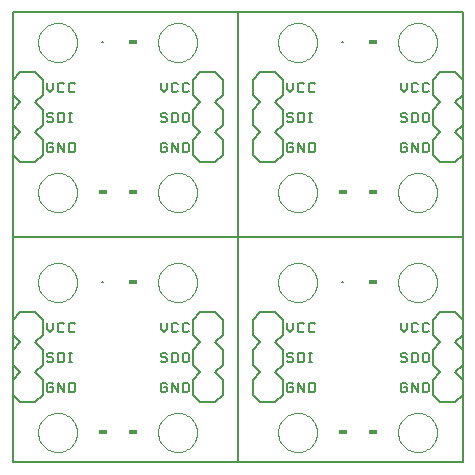
<source format=gto>
G75*
G70*
%OFA0B0*%
%FSLAX24Y24*%
%IPPOS*%
%LPD*%
%AMOC8*
5,1,8,0,0,1.08239X$1,22.5*
%
%ADD10C,0.0080*%
%ADD11R,0.0280X0.0160*%
%ADD12C,0.0000*%
D10*
X008338Y000501D02*
X008338Y015501D01*
X023338Y015501D01*
X023338Y000501D01*
X008338Y000501D01*
X008588Y002501D02*
X009088Y002501D01*
X009338Y002751D01*
X009338Y003251D01*
X009088Y003501D01*
X009338Y003751D01*
X009338Y004251D01*
X009088Y004501D01*
X009338Y004751D01*
X009338Y005251D01*
X009088Y005501D01*
X008588Y005501D01*
X008338Y005251D01*
X008338Y004751D01*
X008588Y004501D01*
X008338Y004251D01*
X008338Y003751D01*
X008588Y003501D01*
X008338Y003251D01*
X008338Y002751D01*
X008588Y002501D01*
X009478Y002895D02*
X009531Y002841D01*
X009638Y002841D01*
X009692Y002895D01*
X009692Y003001D01*
X009585Y003001D01*
X009478Y002895D02*
X009478Y003108D01*
X009531Y003161D01*
X009638Y003161D01*
X009692Y003108D01*
X009846Y003161D02*
X009846Y002841D01*
X010060Y002841D02*
X010060Y003161D01*
X010215Y003161D02*
X010375Y003161D01*
X010428Y003108D01*
X010428Y002895D01*
X010375Y002841D01*
X010215Y002841D01*
X010215Y003161D01*
X010060Y002841D02*
X009846Y003161D01*
X009846Y003841D02*
X010007Y003841D01*
X010060Y003895D01*
X010060Y004108D01*
X010007Y004161D01*
X009846Y004161D01*
X009846Y003841D01*
X009692Y003895D02*
X009638Y003841D01*
X009531Y003841D01*
X009478Y003895D01*
X009531Y004001D02*
X009638Y004001D01*
X009692Y003948D01*
X009692Y003895D01*
X009531Y004001D02*
X009478Y004055D01*
X009478Y004108D01*
X009531Y004161D01*
X009638Y004161D01*
X009692Y004108D01*
X010215Y004161D02*
X010321Y004161D01*
X010268Y004161D02*
X010268Y003841D01*
X010215Y003841D02*
X010321Y003841D01*
X010268Y004841D02*
X010375Y004841D01*
X010428Y004895D01*
X010268Y004841D02*
X010215Y004895D01*
X010215Y005108D01*
X010268Y005161D01*
X010375Y005161D01*
X010428Y005108D01*
X010060Y005108D02*
X010007Y005161D01*
X009900Y005161D01*
X009846Y005108D01*
X009846Y004895D01*
X009900Y004841D01*
X010007Y004841D01*
X010060Y004895D01*
X009692Y004948D02*
X009585Y004841D01*
X009478Y004948D01*
X009478Y005161D01*
X009692Y005161D02*
X009692Y004948D01*
X013273Y004948D02*
X013380Y004841D01*
X013487Y004948D01*
X013487Y005161D01*
X013641Y005108D02*
X013641Y004895D01*
X013695Y004841D01*
X013802Y004841D01*
X013855Y004895D01*
X014010Y004895D02*
X014063Y004841D01*
X014170Y004841D01*
X014223Y004895D01*
X014338Y004751D02*
X014338Y005251D01*
X014588Y005501D01*
X015088Y005501D01*
X015338Y005251D01*
X015338Y004751D01*
X015088Y004501D01*
X015338Y004251D01*
X015338Y003751D01*
X015088Y003501D01*
X015338Y003251D01*
X015338Y002751D01*
X015088Y002501D01*
X014588Y002501D01*
X014338Y002751D01*
X014338Y003251D01*
X014588Y003501D01*
X014338Y003751D01*
X014338Y004251D01*
X014588Y004501D01*
X014338Y004751D01*
X014010Y004895D02*
X014010Y005108D01*
X014063Y005161D01*
X014170Y005161D01*
X014223Y005108D01*
X013855Y005108D02*
X013802Y005161D01*
X013695Y005161D01*
X013641Y005108D01*
X013273Y005161D02*
X013273Y004948D01*
X013327Y004161D02*
X013273Y004108D01*
X013273Y004055D01*
X013327Y004001D01*
X013433Y004001D01*
X013487Y003948D01*
X013487Y003895D01*
X013433Y003841D01*
X013327Y003841D01*
X013273Y003895D01*
X013641Y003841D02*
X013802Y003841D01*
X013855Y003895D01*
X013855Y004108D01*
X013802Y004161D01*
X013641Y004161D01*
X013641Y003841D01*
X014010Y003895D02*
X014063Y003841D01*
X014170Y003841D01*
X014223Y003895D01*
X014223Y004108D01*
X014170Y004161D01*
X014063Y004161D01*
X014010Y004108D01*
X014010Y003895D01*
X013487Y004108D02*
X013433Y004161D01*
X013327Y004161D01*
X013327Y003161D02*
X013273Y003108D01*
X013273Y002895D01*
X013327Y002841D01*
X013433Y002841D01*
X013487Y002895D01*
X013487Y003001D01*
X013380Y003001D01*
X013487Y003108D02*
X013433Y003161D01*
X013327Y003161D01*
X013641Y003161D02*
X013855Y002841D01*
X013855Y003161D01*
X014010Y003161D02*
X014170Y003161D01*
X014223Y003108D01*
X014223Y002895D01*
X014170Y002841D01*
X014010Y002841D01*
X014010Y003161D01*
X013641Y003161D02*
X013641Y002841D01*
X016338Y002751D02*
X016338Y003251D01*
X016588Y003501D01*
X016338Y003751D01*
X016338Y004251D01*
X016588Y004501D01*
X016338Y004751D01*
X016338Y005251D01*
X016588Y005501D01*
X017088Y005501D01*
X017338Y005251D01*
X017338Y004751D01*
X017088Y004501D01*
X017338Y004251D01*
X017338Y003751D01*
X017088Y003501D01*
X017338Y003251D01*
X017338Y002751D01*
X017088Y002501D01*
X016588Y002501D01*
X016338Y002751D01*
X017478Y002895D02*
X017531Y002841D01*
X017638Y002841D01*
X017692Y002895D01*
X017692Y003001D01*
X017585Y003001D01*
X017478Y002895D02*
X017478Y003108D01*
X017531Y003161D01*
X017638Y003161D01*
X017692Y003108D01*
X017846Y003161D02*
X018060Y002841D01*
X018060Y003161D01*
X018215Y003161D02*
X018375Y003161D01*
X018428Y003108D01*
X018428Y002895D01*
X018375Y002841D01*
X018215Y002841D01*
X018215Y003161D01*
X017846Y003161D02*
X017846Y002841D01*
X017846Y003841D02*
X018007Y003841D01*
X018060Y003895D01*
X018060Y004108D01*
X018007Y004161D01*
X017846Y004161D01*
X017846Y003841D01*
X017692Y003895D02*
X017638Y003841D01*
X017531Y003841D01*
X017478Y003895D01*
X017531Y004001D02*
X017638Y004001D01*
X017692Y003948D01*
X017692Y003895D01*
X017531Y004001D02*
X017478Y004055D01*
X017478Y004108D01*
X017531Y004161D01*
X017638Y004161D01*
X017692Y004108D01*
X018215Y004161D02*
X018321Y004161D01*
X018268Y004161D02*
X018268Y003841D01*
X018215Y003841D02*
X018321Y003841D01*
X018268Y004841D02*
X018375Y004841D01*
X018428Y004895D01*
X018268Y004841D02*
X018215Y004895D01*
X018215Y005108D01*
X018268Y005161D01*
X018375Y005161D01*
X018428Y005108D01*
X018060Y005108D02*
X018007Y005161D01*
X017900Y005161D01*
X017846Y005108D01*
X017846Y004895D01*
X017900Y004841D01*
X018007Y004841D01*
X018060Y004895D01*
X017692Y004948D02*
X017692Y005161D01*
X017692Y004948D02*
X017585Y004841D01*
X017478Y004948D01*
X017478Y005161D01*
X019326Y006501D02*
X019350Y006501D01*
X022338Y005251D02*
X022338Y004751D01*
X022588Y004501D01*
X022338Y004251D01*
X022338Y003751D01*
X022588Y003501D01*
X022338Y003251D01*
X022338Y002751D01*
X022588Y002501D01*
X023088Y002501D01*
X023338Y002751D01*
X023338Y003251D01*
X023088Y003501D01*
X023338Y003751D01*
X023338Y004251D01*
X023088Y004501D01*
X023338Y004751D01*
X023338Y005251D01*
X023088Y005501D01*
X022588Y005501D01*
X022338Y005251D01*
X022223Y005108D02*
X022170Y005161D01*
X022063Y005161D01*
X022010Y005108D01*
X022010Y004895D01*
X022063Y004841D01*
X022170Y004841D01*
X022223Y004895D01*
X021855Y004895D02*
X021802Y004841D01*
X021695Y004841D01*
X021641Y004895D01*
X021641Y005108D01*
X021695Y005161D01*
X021802Y005161D01*
X021855Y005108D01*
X021487Y005161D02*
X021487Y004948D01*
X021380Y004841D01*
X021273Y004948D01*
X021273Y005161D01*
X021327Y004161D02*
X021273Y004108D01*
X021273Y004055D01*
X021327Y004001D01*
X021433Y004001D01*
X021487Y003948D01*
X021487Y003895D01*
X021433Y003841D01*
X021327Y003841D01*
X021273Y003895D01*
X021641Y003841D02*
X021802Y003841D01*
X021855Y003895D01*
X021855Y004108D01*
X021802Y004161D01*
X021641Y004161D01*
X021641Y003841D01*
X022010Y003895D02*
X022063Y003841D01*
X022170Y003841D01*
X022223Y003895D01*
X022223Y004108D01*
X022170Y004161D01*
X022063Y004161D01*
X022010Y004108D01*
X022010Y003895D01*
X021487Y004108D02*
X021433Y004161D01*
X021327Y004161D01*
X021327Y003161D02*
X021273Y003108D01*
X021273Y002895D01*
X021327Y002841D01*
X021433Y002841D01*
X021487Y002895D01*
X021487Y003001D01*
X021380Y003001D01*
X021487Y003108D02*
X021433Y003161D01*
X021327Y003161D01*
X021641Y003161D02*
X021855Y002841D01*
X021855Y003161D01*
X022010Y003161D02*
X022170Y003161D01*
X022223Y003108D01*
X022223Y002895D01*
X022170Y002841D01*
X022010Y002841D01*
X022010Y003161D01*
X021641Y003161D02*
X021641Y002841D01*
X015838Y000501D02*
X015838Y015501D01*
X019326Y014501D02*
X019350Y014501D01*
X017338Y013251D02*
X017088Y013501D01*
X016588Y013501D01*
X016338Y013251D01*
X016338Y012751D01*
X016588Y012501D01*
X016338Y012251D01*
X016338Y011751D01*
X016588Y011501D01*
X016338Y011251D01*
X016338Y010751D01*
X016588Y010501D01*
X017088Y010501D01*
X017338Y010751D01*
X017338Y011251D01*
X017088Y011501D01*
X017338Y011751D01*
X017338Y012251D01*
X017088Y012501D01*
X017338Y012751D01*
X017338Y013251D01*
X017478Y013161D02*
X017478Y012948D01*
X017585Y012841D01*
X017692Y012948D01*
X017692Y013161D01*
X017846Y013108D02*
X017846Y012895D01*
X017900Y012841D01*
X018007Y012841D01*
X018060Y012895D01*
X018215Y012895D02*
X018268Y012841D01*
X018375Y012841D01*
X018428Y012895D01*
X018215Y012895D02*
X018215Y013108D01*
X018268Y013161D01*
X018375Y013161D01*
X018428Y013108D01*
X018060Y013108D02*
X018007Y013161D01*
X017900Y013161D01*
X017846Y013108D01*
X017846Y012161D02*
X018007Y012161D01*
X018060Y012108D01*
X018060Y011895D01*
X018007Y011841D01*
X017846Y011841D01*
X017846Y012161D01*
X017692Y012108D02*
X017638Y012161D01*
X017531Y012161D01*
X017478Y012108D01*
X017478Y012055D01*
X017531Y012001D01*
X017638Y012001D01*
X017692Y011948D01*
X017692Y011895D01*
X017638Y011841D01*
X017531Y011841D01*
X017478Y011895D01*
X018215Y011841D02*
X018321Y011841D01*
X018268Y011841D02*
X018268Y012161D01*
X018215Y012161D02*
X018321Y012161D01*
X018375Y011161D02*
X018215Y011161D01*
X018215Y010841D01*
X018375Y010841D01*
X018428Y010895D01*
X018428Y011108D01*
X018375Y011161D01*
X018060Y011161D02*
X018060Y010841D01*
X017846Y011161D01*
X017846Y010841D01*
X017692Y010895D02*
X017638Y010841D01*
X017531Y010841D01*
X017478Y010895D01*
X017478Y011108D01*
X017531Y011161D01*
X017638Y011161D01*
X017692Y011108D01*
X017692Y011001D02*
X017585Y011001D01*
X017692Y011001D02*
X017692Y010895D01*
X015338Y010751D02*
X015088Y010501D01*
X014588Y010501D01*
X014338Y010751D01*
X014338Y011251D01*
X014588Y011501D01*
X014338Y011751D01*
X014338Y012251D01*
X014588Y012501D01*
X014338Y012751D01*
X014338Y013251D01*
X014588Y013501D01*
X015088Y013501D01*
X015338Y013251D01*
X015338Y012751D01*
X015088Y012501D01*
X015338Y012251D01*
X015338Y011751D01*
X015088Y011501D01*
X015338Y011251D01*
X015338Y010751D01*
X014223Y010895D02*
X014223Y011108D01*
X014170Y011161D01*
X014010Y011161D01*
X014010Y010841D01*
X014170Y010841D01*
X014223Y010895D01*
X013855Y010841D02*
X013855Y011161D01*
X013641Y011161D02*
X013855Y010841D01*
X013641Y010841D02*
X013641Y011161D01*
X013487Y011108D02*
X013433Y011161D01*
X013327Y011161D01*
X013273Y011108D01*
X013273Y010895D01*
X013327Y010841D01*
X013433Y010841D01*
X013487Y010895D01*
X013487Y011001D01*
X013380Y011001D01*
X013433Y011841D02*
X013327Y011841D01*
X013273Y011895D01*
X013327Y012001D02*
X013433Y012001D01*
X013487Y011948D01*
X013487Y011895D01*
X013433Y011841D01*
X013327Y012001D02*
X013273Y012055D01*
X013273Y012108D01*
X013327Y012161D01*
X013433Y012161D01*
X013487Y012108D01*
X013641Y012161D02*
X013641Y011841D01*
X013802Y011841D01*
X013855Y011895D01*
X013855Y012108D01*
X013802Y012161D01*
X013641Y012161D01*
X014010Y012108D02*
X014010Y011895D01*
X014063Y011841D01*
X014170Y011841D01*
X014223Y011895D01*
X014223Y012108D01*
X014170Y012161D01*
X014063Y012161D01*
X014010Y012108D01*
X014063Y012841D02*
X014170Y012841D01*
X014223Y012895D01*
X014063Y012841D02*
X014010Y012895D01*
X014010Y013108D01*
X014063Y013161D01*
X014170Y013161D01*
X014223Y013108D01*
X013855Y013108D02*
X013802Y013161D01*
X013695Y013161D01*
X013641Y013108D01*
X013641Y012895D01*
X013695Y012841D01*
X013802Y012841D01*
X013855Y012895D01*
X013487Y012948D02*
X013487Y013161D01*
X013487Y012948D02*
X013380Y012841D01*
X013273Y012948D01*
X013273Y013161D01*
X010428Y013108D02*
X010375Y013161D01*
X010268Y013161D01*
X010215Y013108D01*
X010215Y012895D01*
X010268Y012841D01*
X010375Y012841D01*
X010428Y012895D01*
X010060Y012895D02*
X010007Y012841D01*
X009900Y012841D01*
X009846Y012895D01*
X009846Y013108D01*
X009900Y013161D01*
X010007Y013161D01*
X010060Y013108D01*
X009692Y013161D02*
X009692Y012948D01*
X009585Y012841D01*
X009478Y012948D01*
X009478Y013161D01*
X009338Y013251D02*
X009088Y013501D01*
X008588Y013501D01*
X008338Y013251D01*
X008338Y012751D01*
X008588Y012501D01*
X008338Y012251D01*
X008338Y011751D01*
X008588Y011501D01*
X008338Y011251D01*
X008338Y010751D01*
X008588Y010501D01*
X009088Y010501D01*
X009338Y010751D01*
X009338Y011251D01*
X009088Y011501D01*
X009338Y011751D01*
X009338Y012251D01*
X009088Y012501D01*
X009338Y012751D01*
X009338Y013251D01*
X009531Y012161D02*
X009478Y012108D01*
X009478Y012055D01*
X009531Y012001D01*
X009638Y012001D01*
X009692Y011948D01*
X009692Y011895D01*
X009638Y011841D01*
X009531Y011841D01*
X009478Y011895D01*
X009692Y012108D02*
X009638Y012161D01*
X009531Y012161D01*
X009846Y012161D02*
X010007Y012161D01*
X010060Y012108D01*
X010060Y011895D01*
X010007Y011841D01*
X009846Y011841D01*
X009846Y012161D01*
X010215Y012161D02*
X010321Y012161D01*
X010268Y012161D02*
X010268Y011841D01*
X010215Y011841D02*
X010321Y011841D01*
X010375Y011161D02*
X010215Y011161D01*
X010215Y010841D01*
X010375Y010841D01*
X010428Y010895D01*
X010428Y011108D01*
X010375Y011161D01*
X010060Y011161D02*
X010060Y010841D01*
X009846Y011161D01*
X009846Y010841D01*
X009692Y010895D02*
X009638Y010841D01*
X009531Y010841D01*
X009478Y010895D01*
X009478Y011108D01*
X009531Y011161D01*
X009638Y011161D01*
X009692Y011108D01*
X009692Y011001D02*
X009585Y011001D01*
X009692Y011001D02*
X009692Y010895D01*
X008338Y008001D02*
X023338Y008001D01*
X023088Y010501D02*
X022588Y010501D01*
X022338Y010751D01*
X022338Y011251D01*
X022588Y011501D01*
X022338Y011751D01*
X022338Y012251D01*
X022588Y012501D01*
X022338Y012751D01*
X022338Y013251D01*
X022588Y013501D01*
X023088Y013501D01*
X023338Y013251D01*
X023338Y012751D01*
X023088Y012501D01*
X023338Y012251D01*
X023338Y011751D01*
X023088Y011501D01*
X023338Y011251D01*
X023338Y010751D01*
X023088Y010501D01*
X022223Y010895D02*
X022170Y010841D01*
X022010Y010841D01*
X022010Y011161D01*
X022170Y011161D01*
X022223Y011108D01*
X022223Y010895D01*
X021855Y010841D02*
X021855Y011161D01*
X021641Y011161D02*
X021855Y010841D01*
X021641Y010841D02*
X021641Y011161D01*
X021487Y011108D02*
X021433Y011161D01*
X021327Y011161D01*
X021273Y011108D01*
X021273Y010895D01*
X021327Y010841D01*
X021433Y010841D01*
X021487Y010895D01*
X021487Y011001D01*
X021380Y011001D01*
X021433Y011841D02*
X021327Y011841D01*
X021273Y011895D01*
X021327Y012001D02*
X021433Y012001D01*
X021487Y011948D01*
X021487Y011895D01*
X021433Y011841D01*
X021327Y012001D02*
X021273Y012055D01*
X021273Y012108D01*
X021327Y012161D01*
X021433Y012161D01*
X021487Y012108D01*
X021641Y012161D02*
X021641Y011841D01*
X021802Y011841D01*
X021855Y011895D01*
X021855Y012108D01*
X021802Y012161D01*
X021641Y012161D01*
X022010Y012108D02*
X022010Y011895D01*
X022063Y011841D01*
X022170Y011841D01*
X022223Y011895D01*
X022223Y012108D01*
X022170Y012161D01*
X022063Y012161D01*
X022010Y012108D01*
X022063Y012841D02*
X022170Y012841D01*
X022223Y012895D01*
X022063Y012841D02*
X022010Y012895D01*
X022010Y013108D01*
X022063Y013161D01*
X022170Y013161D01*
X022223Y013108D01*
X021855Y013108D02*
X021802Y013161D01*
X021695Y013161D01*
X021641Y013108D01*
X021641Y012895D01*
X021695Y012841D01*
X021802Y012841D01*
X021855Y012895D01*
X021487Y012948D02*
X021487Y013161D01*
X021487Y012948D02*
X021380Y012841D01*
X021273Y012948D01*
X021273Y013161D01*
X011350Y014501D02*
X011326Y014501D01*
X011350Y006501D02*
X011326Y006501D01*
D11*
X012338Y006501D03*
X012338Y009501D03*
X011338Y009501D03*
X019338Y009501D03*
X020338Y009501D03*
X020338Y006501D03*
X020338Y001501D03*
X019338Y001501D03*
X012338Y001501D03*
X011338Y001501D03*
X012338Y014501D03*
X020338Y014501D03*
D12*
X021188Y014501D02*
X021190Y014551D01*
X021196Y014601D01*
X021206Y014651D01*
X021219Y014699D01*
X021236Y014747D01*
X021257Y014793D01*
X021281Y014837D01*
X021309Y014879D01*
X021340Y014919D01*
X021374Y014956D01*
X021411Y014991D01*
X021450Y015022D01*
X021491Y015051D01*
X021535Y015076D01*
X021581Y015098D01*
X021628Y015116D01*
X021676Y015130D01*
X021725Y015141D01*
X021775Y015148D01*
X021825Y015151D01*
X021876Y015150D01*
X021926Y015145D01*
X021976Y015136D01*
X022024Y015124D01*
X022072Y015107D01*
X022118Y015087D01*
X022163Y015064D01*
X022206Y015037D01*
X022246Y015007D01*
X022284Y014974D01*
X022319Y014938D01*
X022352Y014899D01*
X022381Y014858D01*
X022407Y014815D01*
X022430Y014770D01*
X022449Y014723D01*
X022464Y014675D01*
X022476Y014626D01*
X022484Y014576D01*
X022488Y014526D01*
X022488Y014476D01*
X022484Y014426D01*
X022476Y014376D01*
X022464Y014327D01*
X022449Y014279D01*
X022430Y014232D01*
X022407Y014187D01*
X022381Y014144D01*
X022352Y014103D01*
X022319Y014064D01*
X022284Y014028D01*
X022246Y013995D01*
X022206Y013965D01*
X022163Y013938D01*
X022118Y013915D01*
X022072Y013895D01*
X022024Y013878D01*
X021976Y013866D01*
X021926Y013857D01*
X021876Y013852D01*
X021825Y013851D01*
X021775Y013854D01*
X021725Y013861D01*
X021676Y013872D01*
X021628Y013886D01*
X021581Y013904D01*
X021535Y013926D01*
X021491Y013951D01*
X021450Y013980D01*
X021411Y014011D01*
X021374Y014046D01*
X021340Y014083D01*
X021309Y014123D01*
X021281Y014165D01*
X021257Y014209D01*
X021236Y014255D01*
X021219Y014303D01*
X021206Y014351D01*
X021196Y014401D01*
X021190Y014451D01*
X021188Y014501D01*
X017188Y014501D02*
X017190Y014551D01*
X017196Y014601D01*
X017206Y014651D01*
X017219Y014699D01*
X017236Y014747D01*
X017257Y014793D01*
X017281Y014837D01*
X017309Y014879D01*
X017340Y014919D01*
X017374Y014956D01*
X017411Y014991D01*
X017450Y015022D01*
X017491Y015051D01*
X017535Y015076D01*
X017581Y015098D01*
X017628Y015116D01*
X017676Y015130D01*
X017725Y015141D01*
X017775Y015148D01*
X017825Y015151D01*
X017876Y015150D01*
X017926Y015145D01*
X017976Y015136D01*
X018024Y015124D01*
X018072Y015107D01*
X018118Y015087D01*
X018163Y015064D01*
X018206Y015037D01*
X018246Y015007D01*
X018284Y014974D01*
X018319Y014938D01*
X018352Y014899D01*
X018381Y014858D01*
X018407Y014815D01*
X018430Y014770D01*
X018449Y014723D01*
X018464Y014675D01*
X018476Y014626D01*
X018484Y014576D01*
X018488Y014526D01*
X018488Y014476D01*
X018484Y014426D01*
X018476Y014376D01*
X018464Y014327D01*
X018449Y014279D01*
X018430Y014232D01*
X018407Y014187D01*
X018381Y014144D01*
X018352Y014103D01*
X018319Y014064D01*
X018284Y014028D01*
X018246Y013995D01*
X018206Y013965D01*
X018163Y013938D01*
X018118Y013915D01*
X018072Y013895D01*
X018024Y013878D01*
X017976Y013866D01*
X017926Y013857D01*
X017876Y013852D01*
X017825Y013851D01*
X017775Y013854D01*
X017725Y013861D01*
X017676Y013872D01*
X017628Y013886D01*
X017581Y013904D01*
X017535Y013926D01*
X017491Y013951D01*
X017450Y013980D01*
X017411Y014011D01*
X017374Y014046D01*
X017340Y014083D01*
X017309Y014123D01*
X017281Y014165D01*
X017257Y014209D01*
X017236Y014255D01*
X017219Y014303D01*
X017206Y014351D01*
X017196Y014401D01*
X017190Y014451D01*
X017188Y014501D01*
X013188Y014501D02*
X013190Y014551D01*
X013196Y014601D01*
X013206Y014651D01*
X013219Y014699D01*
X013236Y014747D01*
X013257Y014793D01*
X013281Y014837D01*
X013309Y014879D01*
X013340Y014919D01*
X013374Y014956D01*
X013411Y014991D01*
X013450Y015022D01*
X013491Y015051D01*
X013535Y015076D01*
X013581Y015098D01*
X013628Y015116D01*
X013676Y015130D01*
X013725Y015141D01*
X013775Y015148D01*
X013825Y015151D01*
X013876Y015150D01*
X013926Y015145D01*
X013976Y015136D01*
X014024Y015124D01*
X014072Y015107D01*
X014118Y015087D01*
X014163Y015064D01*
X014206Y015037D01*
X014246Y015007D01*
X014284Y014974D01*
X014319Y014938D01*
X014352Y014899D01*
X014381Y014858D01*
X014407Y014815D01*
X014430Y014770D01*
X014449Y014723D01*
X014464Y014675D01*
X014476Y014626D01*
X014484Y014576D01*
X014488Y014526D01*
X014488Y014476D01*
X014484Y014426D01*
X014476Y014376D01*
X014464Y014327D01*
X014449Y014279D01*
X014430Y014232D01*
X014407Y014187D01*
X014381Y014144D01*
X014352Y014103D01*
X014319Y014064D01*
X014284Y014028D01*
X014246Y013995D01*
X014206Y013965D01*
X014163Y013938D01*
X014118Y013915D01*
X014072Y013895D01*
X014024Y013878D01*
X013976Y013866D01*
X013926Y013857D01*
X013876Y013852D01*
X013825Y013851D01*
X013775Y013854D01*
X013725Y013861D01*
X013676Y013872D01*
X013628Y013886D01*
X013581Y013904D01*
X013535Y013926D01*
X013491Y013951D01*
X013450Y013980D01*
X013411Y014011D01*
X013374Y014046D01*
X013340Y014083D01*
X013309Y014123D01*
X013281Y014165D01*
X013257Y014209D01*
X013236Y014255D01*
X013219Y014303D01*
X013206Y014351D01*
X013196Y014401D01*
X013190Y014451D01*
X013188Y014501D01*
X009188Y014501D02*
X009190Y014551D01*
X009196Y014601D01*
X009206Y014651D01*
X009219Y014699D01*
X009236Y014747D01*
X009257Y014793D01*
X009281Y014837D01*
X009309Y014879D01*
X009340Y014919D01*
X009374Y014956D01*
X009411Y014991D01*
X009450Y015022D01*
X009491Y015051D01*
X009535Y015076D01*
X009581Y015098D01*
X009628Y015116D01*
X009676Y015130D01*
X009725Y015141D01*
X009775Y015148D01*
X009825Y015151D01*
X009876Y015150D01*
X009926Y015145D01*
X009976Y015136D01*
X010024Y015124D01*
X010072Y015107D01*
X010118Y015087D01*
X010163Y015064D01*
X010206Y015037D01*
X010246Y015007D01*
X010284Y014974D01*
X010319Y014938D01*
X010352Y014899D01*
X010381Y014858D01*
X010407Y014815D01*
X010430Y014770D01*
X010449Y014723D01*
X010464Y014675D01*
X010476Y014626D01*
X010484Y014576D01*
X010488Y014526D01*
X010488Y014476D01*
X010484Y014426D01*
X010476Y014376D01*
X010464Y014327D01*
X010449Y014279D01*
X010430Y014232D01*
X010407Y014187D01*
X010381Y014144D01*
X010352Y014103D01*
X010319Y014064D01*
X010284Y014028D01*
X010246Y013995D01*
X010206Y013965D01*
X010163Y013938D01*
X010118Y013915D01*
X010072Y013895D01*
X010024Y013878D01*
X009976Y013866D01*
X009926Y013857D01*
X009876Y013852D01*
X009825Y013851D01*
X009775Y013854D01*
X009725Y013861D01*
X009676Y013872D01*
X009628Y013886D01*
X009581Y013904D01*
X009535Y013926D01*
X009491Y013951D01*
X009450Y013980D01*
X009411Y014011D01*
X009374Y014046D01*
X009340Y014083D01*
X009309Y014123D01*
X009281Y014165D01*
X009257Y014209D01*
X009236Y014255D01*
X009219Y014303D01*
X009206Y014351D01*
X009196Y014401D01*
X009190Y014451D01*
X009188Y014501D01*
X009188Y009501D02*
X009190Y009551D01*
X009196Y009601D01*
X009206Y009651D01*
X009219Y009699D01*
X009236Y009747D01*
X009257Y009793D01*
X009281Y009837D01*
X009309Y009879D01*
X009340Y009919D01*
X009374Y009956D01*
X009411Y009991D01*
X009450Y010022D01*
X009491Y010051D01*
X009535Y010076D01*
X009581Y010098D01*
X009628Y010116D01*
X009676Y010130D01*
X009725Y010141D01*
X009775Y010148D01*
X009825Y010151D01*
X009876Y010150D01*
X009926Y010145D01*
X009976Y010136D01*
X010024Y010124D01*
X010072Y010107D01*
X010118Y010087D01*
X010163Y010064D01*
X010206Y010037D01*
X010246Y010007D01*
X010284Y009974D01*
X010319Y009938D01*
X010352Y009899D01*
X010381Y009858D01*
X010407Y009815D01*
X010430Y009770D01*
X010449Y009723D01*
X010464Y009675D01*
X010476Y009626D01*
X010484Y009576D01*
X010488Y009526D01*
X010488Y009476D01*
X010484Y009426D01*
X010476Y009376D01*
X010464Y009327D01*
X010449Y009279D01*
X010430Y009232D01*
X010407Y009187D01*
X010381Y009144D01*
X010352Y009103D01*
X010319Y009064D01*
X010284Y009028D01*
X010246Y008995D01*
X010206Y008965D01*
X010163Y008938D01*
X010118Y008915D01*
X010072Y008895D01*
X010024Y008878D01*
X009976Y008866D01*
X009926Y008857D01*
X009876Y008852D01*
X009825Y008851D01*
X009775Y008854D01*
X009725Y008861D01*
X009676Y008872D01*
X009628Y008886D01*
X009581Y008904D01*
X009535Y008926D01*
X009491Y008951D01*
X009450Y008980D01*
X009411Y009011D01*
X009374Y009046D01*
X009340Y009083D01*
X009309Y009123D01*
X009281Y009165D01*
X009257Y009209D01*
X009236Y009255D01*
X009219Y009303D01*
X009206Y009351D01*
X009196Y009401D01*
X009190Y009451D01*
X009188Y009501D01*
X013188Y009501D02*
X013190Y009551D01*
X013196Y009601D01*
X013206Y009651D01*
X013219Y009699D01*
X013236Y009747D01*
X013257Y009793D01*
X013281Y009837D01*
X013309Y009879D01*
X013340Y009919D01*
X013374Y009956D01*
X013411Y009991D01*
X013450Y010022D01*
X013491Y010051D01*
X013535Y010076D01*
X013581Y010098D01*
X013628Y010116D01*
X013676Y010130D01*
X013725Y010141D01*
X013775Y010148D01*
X013825Y010151D01*
X013876Y010150D01*
X013926Y010145D01*
X013976Y010136D01*
X014024Y010124D01*
X014072Y010107D01*
X014118Y010087D01*
X014163Y010064D01*
X014206Y010037D01*
X014246Y010007D01*
X014284Y009974D01*
X014319Y009938D01*
X014352Y009899D01*
X014381Y009858D01*
X014407Y009815D01*
X014430Y009770D01*
X014449Y009723D01*
X014464Y009675D01*
X014476Y009626D01*
X014484Y009576D01*
X014488Y009526D01*
X014488Y009476D01*
X014484Y009426D01*
X014476Y009376D01*
X014464Y009327D01*
X014449Y009279D01*
X014430Y009232D01*
X014407Y009187D01*
X014381Y009144D01*
X014352Y009103D01*
X014319Y009064D01*
X014284Y009028D01*
X014246Y008995D01*
X014206Y008965D01*
X014163Y008938D01*
X014118Y008915D01*
X014072Y008895D01*
X014024Y008878D01*
X013976Y008866D01*
X013926Y008857D01*
X013876Y008852D01*
X013825Y008851D01*
X013775Y008854D01*
X013725Y008861D01*
X013676Y008872D01*
X013628Y008886D01*
X013581Y008904D01*
X013535Y008926D01*
X013491Y008951D01*
X013450Y008980D01*
X013411Y009011D01*
X013374Y009046D01*
X013340Y009083D01*
X013309Y009123D01*
X013281Y009165D01*
X013257Y009209D01*
X013236Y009255D01*
X013219Y009303D01*
X013206Y009351D01*
X013196Y009401D01*
X013190Y009451D01*
X013188Y009501D01*
X017188Y009501D02*
X017190Y009551D01*
X017196Y009601D01*
X017206Y009651D01*
X017219Y009699D01*
X017236Y009747D01*
X017257Y009793D01*
X017281Y009837D01*
X017309Y009879D01*
X017340Y009919D01*
X017374Y009956D01*
X017411Y009991D01*
X017450Y010022D01*
X017491Y010051D01*
X017535Y010076D01*
X017581Y010098D01*
X017628Y010116D01*
X017676Y010130D01*
X017725Y010141D01*
X017775Y010148D01*
X017825Y010151D01*
X017876Y010150D01*
X017926Y010145D01*
X017976Y010136D01*
X018024Y010124D01*
X018072Y010107D01*
X018118Y010087D01*
X018163Y010064D01*
X018206Y010037D01*
X018246Y010007D01*
X018284Y009974D01*
X018319Y009938D01*
X018352Y009899D01*
X018381Y009858D01*
X018407Y009815D01*
X018430Y009770D01*
X018449Y009723D01*
X018464Y009675D01*
X018476Y009626D01*
X018484Y009576D01*
X018488Y009526D01*
X018488Y009476D01*
X018484Y009426D01*
X018476Y009376D01*
X018464Y009327D01*
X018449Y009279D01*
X018430Y009232D01*
X018407Y009187D01*
X018381Y009144D01*
X018352Y009103D01*
X018319Y009064D01*
X018284Y009028D01*
X018246Y008995D01*
X018206Y008965D01*
X018163Y008938D01*
X018118Y008915D01*
X018072Y008895D01*
X018024Y008878D01*
X017976Y008866D01*
X017926Y008857D01*
X017876Y008852D01*
X017825Y008851D01*
X017775Y008854D01*
X017725Y008861D01*
X017676Y008872D01*
X017628Y008886D01*
X017581Y008904D01*
X017535Y008926D01*
X017491Y008951D01*
X017450Y008980D01*
X017411Y009011D01*
X017374Y009046D01*
X017340Y009083D01*
X017309Y009123D01*
X017281Y009165D01*
X017257Y009209D01*
X017236Y009255D01*
X017219Y009303D01*
X017206Y009351D01*
X017196Y009401D01*
X017190Y009451D01*
X017188Y009501D01*
X021188Y009501D02*
X021190Y009551D01*
X021196Y009601D01*
X021206Y009651D01*
X021219Y009699D01*
X021236Y009747D01*
X021257Y009793D01*
X021281Y009837D01*
X021309Y009879D01*
X021340Y009919D01*
X021374Y009956D01*
X021411Y009991D01*
X021450Y010022D01*
X021491Y010051D01*
X021535Y010076D01*
X021581Y010098D01*
X021628Y010116D01*
X021676Y010130D01*
X021725Y010141D01*
X021775Y010148D01*
X021825Y010151D01*
X021876Y010150D01*
X021926Y010145D01*
X021976Y010136D01*
X022024Y010124D01*
X022072Y010107D01*
X022118Y010087D01*
X022163Y010064D01*
X022206Y010037D01*
X022246Y010007D01*
X022284Y009974D01*
X022319Y009938D01*
X022352Y009899D01*
X022381Y009858D01*
X022407Y009815D01*
X022430Y009770D01*
X022449Y009723D01*
X022464Y009675D01*
X022476Y009626D01*
X022484Y009576D01*
X022488Y009526D01*
X022488Y009476D01*
X022484Y009426D01*
X022476Y009376D01*
X022464Y009327D01*
X022449Y009279D01*
X022430Y009232D01*
X022407Y009187D01*
X022381Y009144D01*
X022352Y009103D01*
X022319Y009064D01*
X022284Y009028D01*
X022246Y008995D01*
X022206Y008965D01*
X022163Y008938D01*
X022118Y008915D01*
X022072Y008895D01*
X022024Y008878D01*
X021976Y008866D01*
X021926Y008857D01*
X021876Y008852D01*
X021825Y008851D01*
X021775Y008854D01*
X021725Y008861D01*
X021676Y008872D01*
X021628Y008886D01*
X021581Y008904D01*
X021535Y008926D01*
X021491Y008951D01*
X021450Y008980D01*
X021411Y009011D01*
X021374Y009046D01*
X021340Y009083D01*
X021309Y009123D01*
X021281Y009165D01*
X021257Y009209D01*
X021236Y009255D01*
X021219Y009303D01*
X021206Y009351D01*
X021196Y009401D01*
X021190Y009451D01*
X021188Y009501D01*
X021188Y006501D02*
X021190Y006551D01*
X021196Y006601D01*
X021206Y006651D01*
X021219Y006699D01*
X021236Y006747D01*
X021257Y006793D01*
X021281Y006837D01*
X021309Y006879D01*
X021340Y006919D01*
X021374Y006956D01*
X021411Y006991D01*
X021450Y007022D01*
X021491Y007051D01*
X021535Y007076D01*
X021581Y007098D01*
X021628Y007116D01*
X021676Y007130D01*
X021725Y007141D01*
X021775Y007148D01*
X021825Y007151D01*
X021876Y007150D01*
X021926Y007145D01*
X021976Y007136D01*
X022024Y007124D01*
X022072Y007107D01*
X022118Y007087D01*
X022163Y007064D01*
X022206Y007037D01*
X022246Y007007D01*
X022284Y006974D01*
X022319Y006938D01*
X022352Y006899D01*
X022381Y006858D01*
X022407Y006815D01*
X022430Y006770D01*
X022449Y006723D01*
X022464Y006675D01*
X022476Y006626D01*
X022484Y006576D01*
X022488Y006526D01*
X022488Y006476D01*
X022484Y006426D01*
X022476Y006376D01*
X022464Y006327D01*
X022449Y006279D01*
X022430Y006232D01*
X022407Y006187D01*
X022381Y006144D01*
X022352Y006103D01*
X022319Y006064D01*
X022284Y006028D01*
X022246Y005995D01*
X022206Y005965D01*
X022163Y005938D01*
X022118Y005915D01*
X022072Y005895D01*
X022024Y005878D01*
X021976Y005866D01*
X021926Y005857D01*
X021876Y005852D01*
X021825Y005851D01*
X021775Y005854D01*
X021725Y005861D01*
X021676Y005872D01*
X021628Y005886D01*
X021581Y005904D01*
X021535Y005926D01*
X021491Y005951D01*
X021450Y005980D01*
X021411Y006011D01*
X021374Y006046D01*
X021340Y006083D01*
X021309Y006123D01*
X021281Y006165D01*
X021257Y006209D01*
X021236Y006255D01*
X021219Y006303D01*
X021206Y006351D01*
X021196Y006401D01*
X021190Y006451D01*
X021188Y006501D01*
X017188Y006501D02*
X017190Y006551D01*
X017196Y006601D01*
X017206Y006651D01*
X017219Y006699D01*
X017236Y006747D01*
X017257Y006793D01*
X017281Y006837D01*
X017309Y006879D01*
X017340Y006919D01*
X017374Y006956D01*
X017411Y006991D01*
X017450Y007022D01*
X017491Y007051D01*
X017535Y007076D01*
X017581Y007098D01*
X017628Y007116D01*
X017676Y007130D01*
X017725Y007141D01*
X017775Y007148D01*
X017825Y007151D01*
X017876Y007150D01*
X017926Y007145D01*
X017976Y007136D01*
X018024Y007124D01*
X018072Y007107D01*
X018118Y007087D01*
X018163Y007064D01*
X018206Y007037D01*
X018246Y007007D01*
X018284Y006974D01*
X018319Y006938D01*
X018352Y006899D01*
X018381Y006858D01*
X018407Y006815D01*
X018430Y006770D01*
X018449Y006723D01*
X018464Y006675D01*
X018476Y006626D01*
X018484Y006576D01*
X018488Y006526D01*
X018488Y006476D01*
X018484Y006426D01*
X018476Y006376D01*
X018464Y006327D01*
X018449Y006279D01*
X018430Y006232D01*
X018407Y006187D01*
X018381Y006144D01*
X018352Y006103D01*
X018319Y006064D01*
X018284Y006028D01*
X018246Y005995D01*
X018206Y005965D01*
X018163Y005938D01*
X018118Y005915D01*
X018072Y005895D01*
X018024Y005878D01*
X017976Y005866D01*
X017926Y005857D01*
X017876Y005852D01*
X017825Y005851D01*
X017775Y005854D01*
X017725Y005861D01*
X017676Y005872D01*
X017628Y005886D01*
X017581Y005904D01*
X017535Y005926D01*
X017491Y005951D01*
X017450Y005980D01*
X017411Y006011D01*
X017374Y006046D01*
X017340Y006083D01*
X017309Y006123D01*
X017281Y006165D01*
X017257Y006209D01*
X017236Y006255D01*
X017219Y006303D01*
X017206Y006351D01*
X017196Y006401D01*
X017190Y006451D01*
X017188Y006501D01*
X013188Y006501D02*
X013190Y006551D01*
X013196Y006601D01*
X013206Y006651D01*
X013219Y006699D01*
X013236Y006747D01*
X013257Y006793D01*
X013281Y006837D01*
X013309Y006879D01*
X013340Y006919D01*
X013374Y006956D01*
X013411Y006991D01*
X013450Y007022D01*
X013491Y007051D01*
X013535Y007076D01*
X013581Y007098D01*
X013628Y007116D01*
X013676Y007130D01*
X013725Y007141D01*
X013775Y007148D01*
X013825Y007151D01*
X013876Y007150D01*
X013926Y007145D01*
X013976Y007136D01*
X014024Y007124D01*
X014072Y007107D01*
X014118Y007087D01*
X014163Y007064D01*
X014206Y007037D01*
X014246Y007007D01*
X014284Y006974D01*
X014319Y006938D01*
X014352Y006899D01*
X014381Y006858D01*
X014407Y006815D01*
X014430Y006770D01*
X014449Y006723D01*
X014464Y006675D01*
X014476Y006626D01*
X014484Y006576D01*
X014488Y006526D01*
X014488Y006476D01*
X014484Y006426D01*
X014476Y006376D01*
X014464Y006327D01*
X014449Y006279D01*
X014430Y006232D01*
X014407Y006187D01*
X014381Y006144D01*
X014352Y006103D01*
X014319Y006064D01*
X014284Y006028D01*
X014246Y005995D01*
X014206Y005965D01*
X014163Y005938D01*
X014118Y005915D01*
X014072Y005895D01*
X014024Y005878D01*
X013976Y005866D01*
X013926Y005857D01*
X013876Y005852D01*
X013825Y005851D01*
X013775Y005854D01*
X013725Y005861D01*
X013676Y005872D01*
X013628Y005886D01*
X013581Y005904D01*
X013535Y005926D01*
X013491Y005951D01*
X013450Y005980D01*
X013411Y006011D01*
X013374Y006046D01*
X013340Y006083D01*
X013309Y006123D01*
X013281Y006165D01*
X013257Y006209D01*
X013236Y006255D01*
X013219Y006303D01*
X013206Y006351D01*
X013196Y006401D01*
X013190Y006451D01*
X013188Y006501D01*
X009188Y006501D02*
X009190Y006551D01*
X009196Y006601D01*
X009206Y006651D01*
X009219Y006699D01*
X009236Y006747D01*
X009257Y006793D01*
X009281Y006837D01*
X009309Y006879D01*
X009340Y006919D01*
X009374Y006956D01*
X009411Y006991D01*
X009450Y007022D01*
X009491Y007051D01*
X009535Y007076D01*
X009581Y007098D01*
X009628Y007116D01*
X009676Y007130D01*
X009725Y007141D01*
X009775Y007148D01*
X009825Y007151D01*
X009876Y007150D01*
X009926Y007145D01*
X009976Y007136D01*
X010024Y007124D01*
X010072Y007107D01*
X010118Y007087D01*
X010163Y007064D01*
X010206Y007037D01*
X010246Y007007D01*
X010284Y006974D01*
X010319Y006938D01*
X010352Y006899D01*
X010381Y006858D01*
X010407Y006815D01*
X010430Y006770D01*
X010449Y006723D01*
X010464Y006675D01*
X010476Y006626D01*
X010484Y006576D01*
X010488Y006526D01*
X010488Y006476D01*
X010484Y006426D01*
X010476Y006376D01*
X010464Y006327D01*
X010449Y006279D01*
X010430Y006232D01*
X010407Y006187D01*
X010381Y006144D01*
X010352Y006103D01*
X010319Y006064D01*
X010284Y006028D01*
X010246Y005995D01*
X010206Y005965D01*
X010163Y005938D01*
X010118Y005915D01*
X010072Y005895D01*
X010024Y005878D01*
X009976Y005866D01*
X009926Y005857D01*
X009876Y005852D01*
X009825Y005851D01*
X009775Y005854D01*
X009725Y005861D01*
X009676Y005872D01*
X009628Y005886D01*
X009581Y005904D01*
X009535Y005926D01*
X009491Y005951D01*
X009450Y005980D01*
X009411Y006011D01*
X009374Y006046D01*
X009340Y006083D01*
X009309Y006123D01*
X009281Y006165D01*
X009257Y006209D01*
X009236Y006255D01*
X009219Y006303D01*
X009206Y006351D01*
X009196Y006401D01*
X009190Y006451D01*
X009188Y006501D01*
X009188Y001501D02*
X009190Y001551D01*
X009196Y001601D01*
X009206Y001651D01*
X009219Y001699D01*
X009236Y001747D01*
X009257Y001793D01*
X009281Y001837D01*
X009309Y001879D01*
X009340Y001919D01*
X009374Y001956D01*
X009411Y001991D01*
X009450Y002022D01*
X009491Y002051D01*
X009535Y002076D01*
X009581Y002098D01*
X009628Y002116D01*
X009676Y002130D01*
X009725Y002141D01*
X009775Y002148D01*
X009825Y002151D01*
X009876Y002150D01*
X009926Y002145D01*
X009976Y002136D01*
X010024Y002124D01*
X010072Y002107D01*
X010118Y002087D01*
X010163Y002064D01*
X010206Y002037D01*
X010246Y002007D01*
X010284Y001974D01*
X010319Y001938D01*
X010352Y001899D01*
X010381Y001858D01*
X010407Y001815D01*
X010430Y001770D01*
X010449Y001723D01*
X010464Y001675D01*
X010476Y001626D01*
X010484Y001576D01*
X010488Y001526D01*
X010488Y001476D01*
X010484Y001426D01*
X010476Y001376D01*
X010464Y001327D01*
X010449Y001279D01*
X010430Y001232D01*
X010407Y001187D01*
X010381Y001144D01*
X010352Y001103D01*
X010319Y001064D01*
X010284Y001028D01*
X010246Y000995D01*
X010206Y000965D01*
X010163Y000938D01*
X010118Y000915D01*
X010072Y000895D01*
X010024Y000878D01*
X009976Y000866D01*
X009926Y000857D01*
X009876Y000852D01*
X009825Y000851D01*
X009775Y000854D01*
X009725Y000861D01*
X009676Y000872D01*
X009628Y000886D01*
X009581Y000904D01*
X009535Y000926D01*
X009491Y000951D01*
X009450Y000980D01*
X009411Y001011D01*
X009374Y001046D01*
X009340Y001083D01*
X009309Y001123D01*
X009281Y001165D01*
X009257Y001209D01*
X009236Y001255D01*
X009219Y001303D01*
X009206Y001351D01*
X009196Y001401D01*
X009190Y001451D01*
X009188Y001501D01*
X013188Y001501D02*
X013190Y001551D01*
X013196Y001601D01*
X013206Y001651D01*
X013219Y001699D01*
X013236Y001747D01*
X013257Y001793D01*
X013281Y001837D01*
X013309Y001879D01*
X013340Y001919D01*
X013374Y001956D01*
X013411Y001991D01*
X013450Y002022D01*
X013491Y002051D01*
X013535Y002076D01*
X013581Y002098D01*
X013628Y002116D01*
X013676Y002130D01*
X013725Y002141D01*
X013775Y002148D01*
X013825Y002151D01*
X013876Y002150D01*
X013926Y002145D01*
X013976Y002136D01*
X014024Y002124D01*
X014072Y002107D01*
X014118Y002087D01*
X014163Y002064D01*
X014206Y002037D01*
X014246Y002007D01*
X014284Y001974D01*
X014319Y001938D01*
X014352Y001899D01*
X014381Y001858D01*
X014407Y001815D01*
X014430Y001770D01*
X014449Y001723D01*
X014464Y001675D01*
X014476Y001626D01*
X014484Y001576D01*
X014488Y001526D01*
X014488Y001476D01*
X014484Y001426D01*
X014476Y001376D01*
X014464Y001327D01*
X014449Y001279D01*
X014430Y001232D01*
X014407Y001187D01*
X014381Y001144D01*
X014352Y001103D01*
X014319Y001064D01*
X014284Y001028D01*
X014246Y000995D01*
X014206Y000965D01*
X014163Y000938D01*
X014118Y000915D01*
X014072Y000895D01*
X014024Y000878D01*
X013976Y000866D01*
X013926Y000857D01*
X013876Y000852D01*
X013825Y000851D01*
X013775Y000854D01*
X013725Y000861D01*
X013676Y000872D01*
X013628Y000886D01*
X013581Y000904D01*
X013535Y000926D01*
X013491Y000951D01*
X013450Y000980D01*
X013411Y001011D01*
X013374Y001046D01*
X013340Y001083D01*
X013309Y001123D01*
X013281Y001165D01*
X013257Y001209D01*
X013236Y001255D01*
X013219Y001303D01*
X013206Y001351D01*
X013196Y001401D01*
X013190Y001451D01*
X013188Y001501D01*
X017188Y001501D02*
X017190Y001551D01*
X017196Y001601D01*
X017206Y001651D01*
X017219Y001699D01*
X017236Y001747D01*
X017257Y001793D01*
X017281Y001837D01*
X017309Y001879D01*
X017340Y001919D01*
X017374Y001956D01*
X017411Y001991D01*
X017450Y002022D01*
X017491Y002051D01*
X017535Y002076D01*
X017581Y002098D01*
X017628Y002116D01*
X017676Y002130D01*
X017725Y002141D01*
X017775Y002148D01*
X017825Y002151D01*
X017876Y002150D01*
X017926Y002145D01*
X017976Y002136D01*
X018024Y002124D01*
X018072Y002107D01*
X018118Y002087D01*
X018163Y002064D01*
X018206Y002037D01*
X018246Y002007D01*
X018284Y001974D01*
X018319Y001938D01*
X018352Y001899D01*
X018381Y001858D01*
X018407Y001815D01*
X018430Y001770D01*
X018449Y001723D01*
X018464Y001675D01*
X018476Y001626D01*
X018484Y001576D01*
X018488Y001526D01*
X018488Y001476D01*
X018484Y001426D01*
X018476Y001376D01*
X018464Y001327D01*
X018449Y001279D01*
X018430Y001232D01*
X018407Y001187D01*
X018381Y001144D01*
X018352Y001103D01*
X018319Y001064D01*
X018284Y001028D01*
X018246Y000995D01*
X018206Y000965D01*
X018163Y000938D01*
X018118Y000915D01*
X018072Y000895D01*
X018024Y000878D01*
X017976Y000866D01*
X017926Y000857D01*
X017876Y000852D01*
X017825Y000851D01*
X017775Y000854D01*
X017725Y000861D01*
X017676Y000872D01*
X017628Y000886D01*
X017581Y000904D01*
X017535Y000926D01*
X017491Y000951D01*
X017450Y000980D01*
X017411Y001011D01*
X017374Y001046D01*
X017340Y001083D01*
X017309Y001123D01*
X017281Y001165D01*
X017257Y001209D01*
X017236Y001255D01*
X017219Y001303D01*
X017206Y001351D01*
X017196Y001401D01*
X017190Y001451D01*
X017188Y001501D01*
X021188Y001501D02*
X021190Y001551D01*
X021196Y001601D01*
X021206Y001651D01*
X021219Y001699D01*
X021236Y001747D01*
X021257Y001793D01*
X021281Y001837D01*
X021309Y001879D01*
X021340Y001919D01*
X021374Y001956D01*
X021411Y001991D01*
X021450Y002022D01*
X021491Y002051D01*
X021535Y002076D01*
X021581Y002098D01*
X021628Y002116D01*
X021676Y002130D01*
X021725Y002141D01*
X021775Y002148D01*
X021825Y002151D01*
X021876Y002150D01*
X021926Y002145D01*
X021976Y002136D01*
X022024Y002124D01*
X022072Y002107D01*
X022118Y002087D01*
X022163Y002064D01*
X022206Y002037D01*
X022246Y002007D01*
X022284Y001974D01*
X022319Y001938D01*
X022352Y001899D01*
X022381Y001858D01*
X022407Y001815D01*
X022430Y001770D01*
X022449Y001723D01*
X022464Y001675D01*
X022476Y001626D01*
X022484Y001576D01*
X022488Y001526D01*
X022488Y001476D01*
X022484Y001426D01*
X022476Y001376D01*
X022464Y001327D01*
X022449Y001279D01*
X022430Y001232D01*
X022407Y001187D01*
X022381Y001144D01*
X022352Y001103D01*
X022319Y001064D01*
X022284Y001028D01*
X022246Y000995D01*
X022206Y000965D01*
X022163Y000938D01*
X022118Y000915D01*
X022072Y000895D01*
X022024Y000878D01*
X021976Y000866D01*
X021926Y000857D01*
X021876Y000852D01*
X021825Y000851D01*
X021775Y000854D01*
X021725Y000861D01*
X021676Y000872D01*
X021628Y000886D01*
X021581Y000904D01*
X021535Y000926D01*
X021491Y000951D01*
X021450Y000980D01*
X021411Y001011D01*
X021374Y001046D01*
X021340Y001083D01*
X021309Y001123D01*
X021281Y001165D01*
X021257Y001209D01*
X021236Y001255D01*
X021219Y001303D01*
X021206Y001351D01*
X021196Y001401D01*
X021190Y001451D01*
X021188Y001501D01*
M02*

</source>
